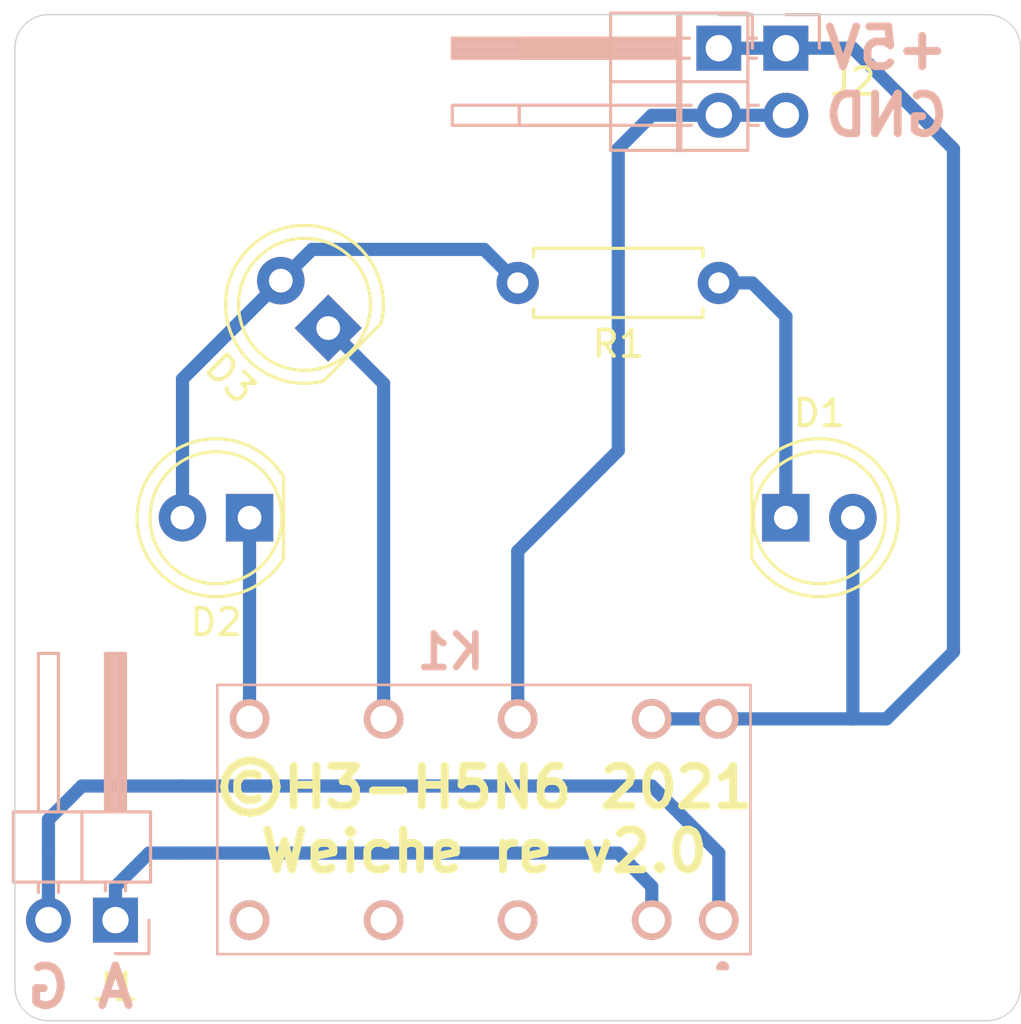
<source format=kicad_pcb>
(kicad_pcb (version 20171130) (host pcbnew 5.1.10)

  (general
    (thickness 1.6)
    (drawings 13)
    (tracks 40)
    (zones 0)
    (modules 10)
    (nets 9)
  )

  (page A4)
  (layers
    (0 F.Cu signal)
    (31 B.Cu signal)
    (32 B.Adhes user hide)
    (33 F.Adhes user hide)
    (34 B.Paste user hide)
    (35 F.Paste user hide)
    (36 B.SilkS user)
    (37 F.SilkS user)
    (38 B.Mask user)
    (39 F.Mask user hide)
    (40 Dwgs.User user hide)
    (41 Cmts.User user hide)
    (42 Eco1.User user hide)
    (43 Eco2.User user hide)
    (44 Edge.Cuts user)
    (45 Margin user hide)
    (46 B.CrtYd user)
    (47 F.CrtYd user)
    (48 B.Fab user hide)
    (49 F.Fab user hide)
  )

  (setup
    (last_trace_width 0.5)
    (trace_clearance 0.2)
    (zone_clearance 0.508)
    (zone_45_only no)
    (trace_min 0.2)
    (via_size 0.8)
    (via_drill 0.4)
    (via_min_size 0.4)
    (via_min_drill 0.3)
    (uvia_size 0.3)
    (uvia_drill 0.1)
    (uvias_allowed no)
    (uvia_min_size 0.2)
    (uvia_min_drill 0.1)
    (edge_width 0.05)
    (segment_width 0.2)
    (pcb_text_width 0.3)
    (pcb_text_size 1.5 1.5)
    (mod_edge_width 0.12)
    (mod_text_size 1 1)
    (mod_text_width 0.15)
    (pad_size 3.2 3.2)
    (pad_drill 3.2)
    (pad_to_mask_clearance 0)
    (aux_axis_origin 0 0)
    (grid_origin 115.57 87.63)
    (visible_elements FFFFFF7F)
    (pcbplotparams
      (layerselection 0x010fc_ffffffff)
      (usegerberextensions true)
      (usegerberattributes false)
      (usegerberadvancedattributes false)
      (creategerberjobfile false)
      (excludeedgelayer true)
      (linewidth 0.100000)
      (plotframeref false)
      (viasonmask false)
      (mode 1)
      (useauxorigin false)
      (hpglpennumber 1)
      (hpglpenspeed 20)
      (hpglpendiameter 15.000000)
      (psnegative false)
      (psa4output false)
      (plotreference true)
      (plotvalue false)
      (plotinvisibletext false)
      (padsonsilk false)
      (subtractmaskfromsilk true)
      (outputformat 1)
      (mirror false)
      (drillshape 0)
      (scaleselection 1)
      (outputdirectory "plot/"))
  )

  (net 0 "")
  (net 1 "Net-(D1-Pad1)")
  (net 2 "Net-(D2-Pad1)")
  (net 3 "Net-(D3-Pad1)")
  (net 4 "Net-(J1-Pad2)")
  (net 5 "Net-(J1-Pad1)")
  (net 6 +5V)
  (net 7 GND)
  (net 8 "Net-(D2-Pad2)")

  (net_class Default "This is the default net class."
    (clearance 0.2)
    (trace_width 0.5)
    (via_dia 0.8)
    (via_drill 0.4)
    (uvia_dia 0.3)
    (uvia_drill 0.1)
    (add_net +5V)
    (add_net GND)
    (add_net "Net-(D1-Pad1)")
    (add_net "Net-(D2-Pad1)")
    (add_net "Net-(D2-Pad2)")
    (add_net "Net-(D3-Pad1)")
    (add_net "Net-(J1-Pad1)")
    (add_net "Net-(J1-Pad2)")
  )

  (module Mounting_Holes:MountingHole_3.2mm_M3 (layer F.Cu) (tedit 6075FAD1) (tstamp 60902ABA)
    (at 120.65 92.71)
    (descr "Mounting Hole 3.2mm, no annular, M3")
    (tags "mounting hole 3.2mm no annular m3")
    (path /6074DA08)
    (attr virtual)
    (fp_text reference H1 (at 0 -4.2) (layer F.SilkS) hide
      (effects (font (size 1 1) (thickness 0.15)))
    )
    (fp_text value MountingHole (at 0 4.2) (layer F.Fab)
      (effects (font (size 1 1) (thickness 0.15)))
    )
    (fp_circle (center 0 0) (end 3.2 0) (layer Cmts.User) (width 0.15))
    (fp_circle (center 0 0) (end 3.45 0) (layer F.CrtYd) (width 0.05))
    (fp_text user %R (at 0.3 0) (layer F.Fab)
      (effects (font (size 1 1) (thickness 0.15)))
    )
    (pad "" np_thru_hole circle (at 0 0) (size 3.2 3.2) (drill 3.2) (layers *.Cu *.Mask)
      (thermal_gap 2))
  )

  (module HFD2005SL2D (layer B.Cu) (tedit 60566F5C) (tstamp 606F812A)
    (at 143.51 123.19 180)
    (descr HFD2/005-S-L2-D-3)
    (tags "Relay or Contactor")
    (path /6125B40D)
    (fp_text reference K1 (at 10.16 10.16) (layer B.SilkS)
      (effects (font (size 1.27 1.27) (thickness 0.254)) (justify mirror))
    )
    (fp_text value HFD2_005-S-L2-D (at 8.9 3.53) (layer B.SilkS) hide
      (effects (font (size 1.27 1.27) (thickness 0.254)) (justify mirror))
    )
    (fp_line (start -1.2 8.91) (end 19 8.91) (layer Dwgs.User) (width 0.2))
    (fp_line (start 19 8.91) (end 19 -1.29) (layer Dwgs.User) (width 0.2))
    (fp_line (start 19 -1.29) (end -1.2 -1.29) (layer Dwgs.User) (width 0.2))
    (fp_line (start -1.2 -1.29) (end -1.2 8.91) (layer Dwgs.User) (width 0.2))
    (fp_line (start -1.2 -1.29) (end 19 -1.29) (layer B.SilkS) (width 0.1))
    (fp_line (start 19 -1.29) (end 19 8.91) (layer B.SilkS) (width 0.1))
    (fp_line (start 19 8.91) (end -1.2 8.91) (layer B.SilkS) (width 0.1))
    (fp_line (start -1.2 8.91) (end -1.2 -1.29) (layer B.SilkS) (width 0.1))
    (fp_line (start -2.2 -2.85) (end 20 -2.85) (layer Dwgs.User) (width 0.1))
    (fp_line (start 20 -2.85) (end 20 9.91) (layer Dwgs.User) (width 0.1))
    (fp_line (start 20 9.91) (end -2.2 9.91) (layer Dwgs.User) (width 0.1))
    (fp_line (start -2.2 9.91) (end -2.2 -2.85) (layer Dwgs.User) (width 0.1))
    (fp_line (start -0.1 -1.8) (end -0.1 -1.8) (layer B.SilkS) (width 0.2))
    (fp_line (start 0 -1.8) (end 0 -1.8) (layer B.SilkS) (width 0.2))
    (fp_line (start -0.1 -1.8) (end -0.1 -1.8) (layer B.SilkS) (width 0.2))
    (fp_arc (start -0.15 -1.8) (end -0.1 -1.8) (angle 180) (layer B.SilkS) (width 0.2))
    (fp_arc (start -0.15 -1.8) (end 0 -1.8) (angle 180) (layer B.SilkS) (width 0.2))
    (fp_arc (start -0.15 -1.8) (end -0.1 -1.8) (angle 180) (layer B.SilkS) (width 0.2))
    (pad 1 thru_hole circle (at 0 0 90) (size 1.5 1.5) (drill 1) (layers *.Cu *.Mask B.SilkS)
      (net 4 "Net-(J1-Pad2)"))
    (pad 2 thru_hole circle (at 2.54 0 90) (size 1.5 1.5) (drill 1) (layers *.Cu *.Mask B.SilkS)
      (net 5 "Net-(J1-Pad1)"))
    (pad 4 thru_hole circle (at 7.62 0 90) (size 1.5 1.5) (drill 1) (layers *.Cu *.Mask B.SilkS))
    (pad 6 thru_hole circle (at 12.7 0 90) (size 1.5 1.5) (drill 1) (layers *.Cu *.Mask B.SilkS))
    (pad 8 thru_hole circle (at 17.78 0 90) (size 1.5 1.5) (drill 1) (layers *.Cu *.Mask B.SilkS))
    (pad 9 thru_hole circle (at 17.78 7.62 90) (size 1.5 1.5) (drill 1) (layers *.Cu *.Mask B.SilkS)
      (net 2 "Net-(D2-Pad1)"))
    (pad 11 thru_hole circle (at 12.7 7.62 90) (size 1.5 1.5) (drill 1) (layers *.Cu *.Mask B.SilkS)
      (net 3 "Net-(D3-Pad1)"))
    (pad 13 thru_hole circle (at 7.62 7.62 90) (size 1.5 1.5) (drill 1) (layers *.Cu *.Mask B.SilkS)
      (net 7 GND))
    (pad 15 thru_hole circle (at 2.54 7.62 90) (size 1.5 1.5) (drill 1) (layers *.Cu *.Mask B.SilkS)
      (net 6 +5V))
    (pad 16 thru_hole circle (at 0 7.62 90) (size 1.5 1.5) (drill 1) (layers *.Cu *.Mask B.SilkS)
      (net 6 +5V))
  )

  (module LEDs:LED_D5.0mm (layer F.Cu) (tedit 5995936A) (tstamp 606F8082)
    (at 146.05 107.95)
    (descr "LED, diameter 5.0mm, 2 pins, http://cdn-reichelt.de/documents/datenblatt/A500/LL-504BC2E-009.pdf")
    (tags "LED diameter 5.0mm 2 pins")
    (path /612111BE)
    (fp_text reference D1 (at 1.27 -3.96) (layer F.SilkS)
      (effects (font (size 1 1) (thickness 0.15)))
    )
    (fp_text value LED (at 1.27 3.96) (layer F.Fab)
      (effects (font (size 1 1) (thickness 0.15)))
    )
    (fp_circle (center 1.27 0) (end 3.77 0) (layer F.Fab) (width 0.1))
    (fp_circle (center 1.27 0) (end 3.77 0) (layer F.SilkS) (width 0.12))
    (fp_line (start -1.23 -1.469694) (end -1.23 1.469694) (layer F.Fab) (width 0.1))
    (fp_line (start -1.29 -1.545) (end -1.29 1.545) (layer F.SilkS) (width 0.12))
    (fp_line (start -1.95 -3.25) (end -1.95 3.25) (layer F.CrtYd) (width 0.05))
    (fp_line (start -1.95 3.25) (end 4.5 3.25) (layer F.CrtYd) (width 0.05))
    (fp_line (start 4.5 3.25) (end 4.5 -3.25) (layer F.CrtYd) (width 0.05))
    (fp_line (start 4.5 -3.25) (end -1.95 -3.25) (layer F.CrtYd) (width 0.05))
    (fp_text user %R (at 1.27 -3.81) (layer F.Fab)
      (effects (font (size 0.8 0.8) (thickness 0.2)))
    )
    (fp_arc (start 1.27 0) (end -1.29 1.54483) (angle -148.9) (layer F.SilkS) (width 0.12))
    (fp_arc (start 1.27 0) (end -1.29 -1.54483) (angle 148.9) (layer F.SilkS) (width 0.12))
    (fp_arc (start 1.27 0) (end -1.23 -1.469694) (angle 299.1) (layer F.Fab) (width 0.1))
    (pad 2 thru_hole circle (at 2.54 0) (size 1.8 1.8) (drill 0.9) (layers *.Cu *.Mask)
      (net 6 +5V))
    (pad 1 thru_hole rect (at 0 0) (size 1.8 1.8) (drill 0.9) (layers *.Cu *.Mask)
      (net 1 "Net-(D1-Pad1)"))
    (model ${KISYS3DMOD}/LEDs.3dshapes/LED_D5.0mm.wrl
      (at (xyz 0 0 0))
      (scale (xyz 0.393701 0.393701 0.393701))
      (rotate (xyz 0 0 0))
    )
  )

  (module LEDs:LED_D5.0mm (layer F.Cu) (tedit 5995936A) (tstamp 606F8094)
    (at 125.73 107.95 180)
    (descr "LED, diameter 5.0mm, 2 pins, http://cdn-reichelt.de/documents/datenblatt/A500/LL-504BC2E-009.pdf")
    (tags "LED diameter 5.0mm 2 pins")
    (path /61211E8C)
    (fp_text reference D2 (at 1.27 -3.96) (layer F.SilkS)
      (effects (font (size 1 1) (thickness 0.15)))
    )
    (fp_text value LED (at 1.27 3.96) (layer F.Fab)
      (effects (font (size 1 1) (thickness 0.15)))
    )
    (fp_line (start 4.5 -3.25) (end -1.95 -3.25) (layer F.CrtYd) (width 0.05))
    (fp_line (start 4.5 3.25) (end 4.5 -3.25) (layer F.CrtYd) (width 0.05))
    (fp_line (start -1.95 3.25) (end 4.5 3.25) (layer F.CrtYd) (width 0.05))
    (fp_line (start -1.95 -3.25) (end -1.95 3.25) (layer F.CrtYd) (width 0.05))
    (fp_line (start -1.29 -1.545) (end -1.29 1.545) (layer F.SilkS) (width 0.12))
    (fp_line (start -1.23 -1.469694) (end -1.23 1.469694) (layer F.Fab) (width 0.1))
    (fp_circle (center 1.27 0) (end 3.77 0) (layer F.SilkS) (width 0.12))
    (fp_circle (center 1.27 0) (end 3.77 0) (layer F.Fab) (width 0.1))
    (fp_arc (start 1.27 0) (end -1.23 -1.469694) (angle 299.1) (layer F.Fab) (width 0.1))
    (fp_arc (start 1.27 0) (end -1.29 -1.54483) (angle 148.9) (layer F.SilkS) (width 0.12))
    (fp_arc (start 1.27 0) (end -1.29 1.54483) (angle -148.9) (layer F.SilkS) (width 0.12))
    (fp_text user %R (at 1.25 -3.81) (layer F.Fab)
      (effects (font (size 0.8 0.8) (thickness 0.2)))
    )
    (pad 1 thru_hole rect (at 0 0 180) (size 1.8 1.8) (drill 0.9) (layers *.Cu *.Mask)
      (net 2 "Net-(D2-Pad1)"))
    (pad 2 thru_hole circle (at 2.54 0 180) (size 1.8 1.8) (drill 0.9) (layers *.Cu *.Mask)
      (net 8 "Net-(D2-Pad2)"))
    (model ${KISYS3DMOD}/LEDs.3dshapes/LED_D5.0mm.wrl
      (at (xyz 0 0 0))
      (scale (xyz 0.393701 0.393701 0.393701))
      (rotate (xyz 0 0 0))
    )
  )

  (module LEDs:LED_D5.0mm (layer F.Cu) (tedit 5995936A) (tstamp 606F80A6)
    (at 128.71 100.77 135)
    (descr "LED, diameter 5.0mm, 2 pins, http://cdn-reichelt.de/documents/datenblatt/A500/LL-504BC2E-009.pdf")
    (tags "LED diameter 5.0mm 2 pins")
    (path /612122F7)
    (fp_text reference D3 (at 1.27 -3.96 135) (layer F.SilkS)
      (effects (font (size 1 1) (thickness 0.15)))
    )
    (fp_text value LED (at 1.27 3.96 135) (layer F.Fab)
      (effects (font (size 1 1) (thickness 0.15)))
    )
    (fp_circle (center 1.27 0) (end 3.77 0) (layer F.Fab) (width 0.1))
    (fp_circle (center 1.27 0) (end 3.77 0) (layer F.SilkS) (width 0.12))
    (fp_line (start -1.23 -1.469694) (end -1.23 1.469694) (layer F.Fab) (width 0.1))
    (fp_line (start -1.29 -1.545) (end -1.29 1.545) (layer F.SilkS) (width 0.12))
    (fp_line (start -1.95 -3.25) (end -1.95 3.25) (layer F.CrtYd) (width 0.05))
    (fp_line (start -1.95 3.25) (end 4.5 3.25) (layer F.CrtYd) (width 0.05))
    (fp_line (start 4.5 3.25) (end 4.5 -3.25) (layer F.CrtYd) (width 0.05))
    (fp_line (start 4.5 -3.25) (end -1.95 -3.25) (layer F.CrtYd) (width 0.05))
    (fp_text user %R (at 1.796051 -3.592102 135) (layer F.Fab)
      (effects (font (size 0.8 0.8) (thickness 0.2)))
    )
    (fp_arc (start 1.27 0) (end -1.29 1.54483) (angle -148.9) (layer F.SilkS) (width 0.12))
    (fp_arc (start 1.27 0) (end -1.29 -1.54483) (angle 148.9) (layer F.SilkS) (width 0.12))
    (fp_arc (start 1.27 0) (end -1.23 -1.469694) (angle 299.1) (layer F.Fab) (width 0.1))
    (pad 2 thru_hole circle (at 2.54 0 135) (size 1.8 1.8) (drill 0.9) (layers *.Cu *.Mask)
      (net 8 "Net-(D2-Pad2)"))
    (pad 1 thru_hole rect (at 0 0 135) (size 1.8 1.8) (drill 0.9) (layers *.Cu *.Mask)
      (net 3 "Net-(D3-Pad1)"))
    (model ${KISYS3DMOD}/LEDs.3dshapes/LED_D5.0mm.wrl
      (at (xyz 0 0 0))
      (scale (xyz 0.393701 0.393701 0.393701))
      (rotate (xyz 0 0 0))
    )
  )

  (module Resistors_THT:R_Axial_DIN0207_L6.3mm_D2.5mm_P7.62mm_Horizontal (layer F.Cu) (tedit 5874F706) (tstamp 606F8140)
    (at 143.51 99.06 180)
    (descr "Resistor, Axial_DIN0207 series, Axial, Horizontal, pin pitch=7.62mm, 0.25W = 1/4W, length*diameter=6.3*2.5mm^2, http://cdn-reichelt.de/documents/datenblatt/B400/1_4W%23YAG.pdf")
    (tags "Resistor Axial_DIN0207 series Axial Horizontal pin pitch 7.62mm 0.25W = 1/4W length 6.3mm diameter 2.5mm")
    (path /61212C6E)
    (fp_text reference R1 (at 3.81 -2.31) (layer F.SilkS)
      (effects (font (size 1 1) (thickness 0.15)))
    )
    (fp_text value 100 (at 2.794 2.54) (layer F.Fab)
      (effects (font (size 1 1) (thickness 0.15)))
    )
    (fp_line (start 0.66 -1.25) (end 0.66 1.25) (layer F.Fab) (width 0.1))
    (fp_line (start 0.66 1.25) (end 6.96 1.25) (layer F.Fab) (width 0.1))
    (fp_line (start 6.96 1.25) (end 6.96 -1.25) (layer F.Fab) (width 0.1))
    (fp_line (start 6.96 -1.25) (end 0.66 -1.25) (layer F.Fab) (width 0.1))
    (fp_line (start 0 0) (end 0.66 0) (layer F.Fab) (width 0.1))
    (fp_line (start 7.62 0) (end 6.96 0) (layer F.Fab) (width 0.1))
    (fp_line (start 0.6 -0.98) (end 0.6 -1.31) (layer F.SilkS) (width 0.12))
    (fp_line (start 0.6 -1.31) (end 7.02 -1.31) (layer F.SilkS) (width 0.12))
    (fp_line (start 7.02 -1.31) (end 7.02 -0.98) (layer F.SilkS) (width 0.12))
    (fp_line (start 0.6 0.98) (end 0.6 1.31) (layer F.SilkS) (width 0.12))
    (fp_line (start 0.6 1.31) (end 7.02 1.31) (layer F.SilkS) (width 0.12))
    (fp_line (start 7.02 1.31) (end 7.02 0.98) (layer F.SilkS) (width 0.12))
    (fp_line (start -1.05 -1.6) (end -1.05 1.6) (layer F.CrtYd) (width 0.05))
    (fp_line (start -1.05 1.6) (end 8.7 1.6) (layer F.CrtYd) (width 0.05))
    (fp_line (start 8.7 1.6) (end 8.7 -1.6) (layer F.CrtYd) (width 0.05))
    (fp_line (start 8.7 -1.6) (end -1.05 -1.6) (layer F.CrtYd) (width 0.05))
    (pad 2 thru_hole oval (at 7.62 0 180) (size 1.6 1.6) (drill 0.8) (layers *.Cu *.Mask)
      (net 8 "Net-(D2-Pad2)"))
    (pad 1 thru_hole circle (at 0 0 180) (size 1.6 1.6) (drill 0.8) (layers *.Cu *.Mask)
      (net 1 "Net-(D1-Pad1)"))
    (model ${KISYS3DMOD}/Resistors_THT.3dshapes/R_Axial_DIN0207_L6.3mm_D2.5mm_P7.62mm_Horizontal.wrl
      (at (xyz 0 0 0))
      (scale (xyz 0.393701 0.393701 0.393701))
      (rotate (xyz 0 0 0))
    )
  )

  (module Pin_Headers:Pin_Header_Angled_1x02_Pitch2.54mm (layer B.Cu) (tedit 59650532) (tstamp 606F8EF6)
    (at 120.65 123.19 90)
    (descr "Through hole angled pin header, 1x02, 2.54mm pitch, 6mm pin length, single row")
    (tags "Through hole angled pin header THT 1x02 2.54mm single row")
    (path /61262617)
    (fp_text reference J1 (at -2.54 0 180) (layer F.SilkS)
      (effects (font (size 1 1) (thickness 0.15)))
    )
    (fp_text value Conn_01x02_Male (at 4.385 -4.81 270) (layer B.Fab)
      (effects (font (size 1 1) (thickness 0.15)) (justify mirror))
    )
    (fp_line (start 2.135 1.27) (end 4.04 1.27) (layer B.Fab) (width 0.1))
    (fp_line (start 4.04 1.27) (end 4.04 -3.81) (layer B.Fab) (width 0.1))
    (fp_line (start 4.04 -3.81) (end 1.5 -3.81) (layer B.Fab) (width 0.1))
    (fp_line (start 1.5 -3.81) (end 1.5 0.635) (layer B.Fab) (width 0.1))
    (fp_line (start 1.5 0.635) (end 2.135 1.27) (layer B.Fab) (width 0.1))
    (fp_line (start -0.32 0.32) (end 1.5 0.32) (layer B.Fab) (width 0.1))
    (fp_line (start -0.32 0.32) (end -0.32 -0.32) (layer B.Fab) (width 0.1))
    (fp_line (start -0.32 -0.32) (end 1.5 -0.32) (layer B.Fab) (width 0.1))
    (fp_line (start 4.04 0.32) (end 10.04 0.32) (layer B.Fab) (width 0.1))
    (fp_line (start 10.04 0.32) (end 10.04 -0.32) (layer B.Fab) (width 0.1))
    (fp_line (start 4.04 -0.32) (end 10.04 -0.32) (layer B.Fab) (width 0.1))
    (fp_line (start -0.32 -2.22) (end 1.5 -2.22) (layer B.Fab) (width 0.1))
    (fp_line (start -0.32 -2.22) (end -0.32 -2.86) (layer B.Fab) (width 0.1))
    (fp_line (start -0.32 -2.86) (end 1.5 -2.86) (layer B.Fab) (width 0.1))
    (fp_line (start 4.04 -2.22) (end 10.04 -2.22) (layer B.Fab) (width 0.1))
    (fp_line (start 10.04 -2.22) (end 10.04 -2.86) (layer B.Fab) (width 0.1))
    (fp_line (start 4.04 -2.86) (end 10.04 -2.86) (layer B.Fab) (width 0.1))
    (fp_line (start 1.44 1.33) (end 1.44 -3.87) (layer B.SilkS) (width 0.12))
    (fp_line (start 1.44 -3.87) (end 4.1 -3.87) (layer B.SilkS) (width 0.12))
    (fp_line (start 4.1 -3.87) (end 4.1 1.33) (layer B.SilkS) (width 0.12))
    (fp_line (start 4.1 1.33) (end 1.44 1.33) (layer B.SilkS) (width 0.12))
    (fp_line (start 4.1 0.38) (end 10.1 0.38) (layer B.SilkS) (width 0.12))
    (fp_line (start 10.1 0.38) (end 10.1 -0.38) (layer B.SilkS) (width 0.12))
    (fp_line (start 10.1 -0.38) (end 4.1 -0.38) (layer B.SilkS) (width 0.12))
    (fp_line (start 4.1 0.32) (end 10.1 0.32) (layer B.SilkS) (width 0.12))
    (fp_line (start 4.1 0.2) (end 10.1 0.2) (layer B.SilkS) (width 0.12))
    (fp_line (start 4.1 0.08) (end 10.1 0.08) (layer B.SilkS) (width 0.12))
    (fp_line (start 4.1 -0.04) (end 10.1 -0.04) (layer B.SilkS) (width 0.12))
    (fp_line (start 4.1 -0.16) (end 10.1 -0.16) (layer B.SilkS) (width 0.12))
    (fp_line (start 4.1 -0.28) (end 10.1 -0.28) (layer B.SilkS) (width 0.12))
    (fp_line (start 1.11 0.38) (end 1.44 0.38) (layer B.SilkS) (width 0.12))
    (fp_line (start 1.11 -0.38) (end 1.44 -0.38) (layer B.SilkS) (width 0.12))
    (fp_line (start 1.44 -1.27) (end 4.1 -1.27) (layer B.SilkS) (width 0.12))
    (fp_line (start 4.1 -2.16) (end 10.1 -2.16) (layer B.SilkS) (width 0.12))
    (fp_line (start 10.1 -2.16) (end 10.1 -2.92) (layer B.SilkS) (width 0.12))
    (fp_line (start 10.1 -2.92) (end 4.1 -2.92) (layer B.SilkS) (width 0.12))
    (fp_line (start 1.042929 -2.16) (end 1.44 -2.16) (layer B.SilkS) (width 0.12))
    (fp_line (start 1.042929 -2.92) (end 1.44 -2.92) (layer B.SilkS) (width 0.12))
    (fp_line (start -1.27 0) (end -1.27 1.27) (layer B.SilkS) (width 0.12))
    (fp_line (start -1.27 1.27) (end 0 1.27) (layer B.SilkS) (width 0.12))
    (fp_line (start -1.8 1.8) (end -1.8 -4.35) (layer B.CrtYd) (width 0.05))
    (fp_line (start -1.8 -4.35) (end 10.55 -4.35) (layer B.CrtYd) (width 0.05))
    (fp_line (start 10.55 -4.35) (end 10.55 1.8) (layer B.CrtYd) (width 0.05))
    (fp_line (start 10.55 1.8) (end -1.8 1.8) (layer B.CrtYd) (width 0.05))
    (fp_text user %R (at 0 1.27) (layer B.Fab)
      (effects (font (size 1 1) (thickness 0.15)) (justify mirror))
    )
    (pad 2 thru_hole oval (at 0 -2.54 90) (size 1.7 1.7) (drill 1) (layers *.Cu *.Mask)
      (net 4 "Net-(J1-Pad2)"))
    (pad 1 thru_hole rect (at 0 0 90) (size 1.7 1.7) (drill 1) (layers *.Cu *.Mask)
      (net 5 "Net-(J1-Pad1)"))
    (model ${KISYS3DMOD}/Pin_Headers.3dshapes/Pin_Header_Angled_1x02_Pitch2.54mm.wrl
      (at (xyz 0 0 0))
      (scale (xyz 1 1 1))
      (rotate (xyz 0 0 0))
    )
  )

  (module Pin_Headers:Pin_Header_Angled_1x02_Pitch2.54mm (layer B.Cu) (tedit 59650532) (tstamp 606F8F28)
    (at 146.05 90.17 180)
    (descr "Through hole angled pin header, 1x02, 2.54mm pitch, 6mm pin length, single row")
    (tags "Through hole angled pin header THT 1x02 2.54mm single row")
    (path /61263F3E)
    (fp_text reference J2 (at -2.54 -1.27) (layer F.SilkS)
      (effects (font (size 1 1) (thickness 0.15)))
    )
    (fp_text value Power (at 4.385 -4.81) (layer B.Fab)
      (effects (font (size 1 1) (thickness 0.15)) (justify mirror))
    )
    (fp_line (start 10.55 1.8) (end -1.8 1.8) (layer B.CrtYd) (width 0.05))
    (fp_line (start 10.55 -4.35) (end 10.55 1.8) (layer B.CrtYd) (width 0.05))
    (fp_line (start -1.8 -4.35) (end 10.55 -4.35) (layer B.CrtYd) (width 0.05))
    (fp_line (start -1.8 1.8) (end -1.8 -4.35) (layer B.CrtYd) (width 0.05))
    (fp_line (start -1.27 1.27) (end 0 1.27) (layer B.SilkS) (width 0.12))
    (fp_line (start -1.27 0) (end -1.27 1.27) (layer B.SilkS) (width 0.12))
    (fp_line (start 1.042929 -2.92) (end 1.44 -2.92) (layer B.SilkS) (width 0.12))
    (fp_line (start 1.042929 -2.16) (end 1.44 -2.16) (layer B.SilkS) (width 0.12))
    (fp_line (start 10.1 -2.92) (end 4.1 -2.92) (layer B.SilkS) (width 0.12))
    (fp_line (start 10.1 -2.16) (end 10.1 -2.92) (layer B.SilkS) (width 0.12))
    (fp_line (start 4.1 -2.16) (end 10.1 -2.16) (layer B.SilkS) (width 0.12))
    (fp_line (start 1.44 -1.27) (end 4.1 -1.27) (layer B.SilkS) (width 0.12))
    (fp_line (start 1.11 -0.38) (end 1.44 -0.38) (layer B.SilkS) (width 0.12))
    (fp_line (start 1.11 0.38) (end 1.44 0.38) (layer B.SilkS) (width 0.12))
    (fp_line (start 4.1 -0.28) (end 10.1 -0.28) (layer B.SilkS) (width 0.12))
    (fp_line (start 4.1 -0.16) (end 10.1 -0.16) (layer B.SilkS) (width 0.12))
    (fp_line (start 4.1 -0.04) (end 10.1 -0.04) (layer B.SilkS) (width 0.12))
    (fp_line (start 4.1 0.08) (end 10.1 0.08) (layer B.SilkS) (width 0.12))
    (fp_line (start 4.1 0.2) (end 10.1 0.2) (layer B.SilkS) (width 0.12))
    (fp_line (start 4.1 0.32) (end 10.1 0.32) (layer B.SilkS) (width 0.12))
    (fp_line (start 10.1 -0.38) (end 4.1 -0.38) (layer B.SilkS) (width 0.12))
    (fp_line (start 10.1 0.38) (end 10.1 -0.38) (layer B.SilkS) (width 0.12))
    (fp_line (start 4.1 0.38) (end 10.1 0.38) (layer B.SilkS) (width 0.12))
    (fp_line (start 4.1 1.33) (end 1.44 1.33) (layer B.SilkS) (width 0.12))
    (fp_line (start 4.1 -3.87) (end 4.1 1.33) (layer B.SilkS) (width 0.12))
    (fp_line (start 1.44 -3.87) (end 4.1 -3.87) (layer B.SilkS) (width 0.12))
    (fp_line (start 1.44 1.33) (end 1.44 -3.87) (layer B.SilkS) (width 0.12))
    (fp_line (start 4.04 -2.86) (end 10.04 -2.86) (layer B.Fab) (width 0.1))
    (fp_line (start 10.04 -2.22) (end 10.04 -2.86) (layer B.Fab) (width 0.1))
    (fp_line (start 4.04 -2.22) (end 10.04 -2.22) (layer B.Fab) (width 0.1))
    (fp_line (start -0.32 -2.86) (end 1.5 -2.86) (layer B.Fab) (width 0.1))
    (fp_line (start -0.32 -2.22) (end -0.32 -2.86) (layer B.Fab) (width 0.1))
    (fp_line (start -0.32 -2.22) (end 1.5 -2.22) (layer B.Fab) (width 0.1))
    (fp_line (start 4.04 -0.32) (end 10.04 -0.32) (layer B.Fab) (width 0.1))
    (fp_line (start 10.04 0.32) (end 10.04 -0.32) (layer B.Fab) (width 0.1))
    (fp_line (start 4.04 0.32) (end 10.04 0.32) (layer B.Fab) (width 0.1))
    (fp_line (start -0.32 -0.32) (end 1.5 -0.32) (layer B.Fab) (width 0.1))
    (fp_line (start -0.32 0.32) (end -0.32 -0.32) (layer B.Fab) (width 0.1))
    (fp_line (start -0.32 0.32) (end 1.5 0.32) (layer B.Fab) (width 0.1))
    (fp_line (start 1.5 0.635) (end 2.135 1.27) (layer B.Fab) (width 0.1))
    (fp_line (start 1.5 -3.81) (end 1.5 0.635) (layer B.Fab) (width 0.1))
    (fp_line (start 4.04 -3.81) (end 1.5 -3.81) (layer B.Fab) (width 0.1))
    (fp_line (start 4.04 1.27) (end 4.04 -3.81) (layer B.Fab) (width 0.1))
    (fp_line (start 2.135 1.27) (end 4.04 1.27) (layer B.Fab) (width 0.1))
    (fp_text user %R (at 1.5 -3.81 270) (layer B.Fab)
      (effects (font (size 1 1) (thickness 0.15)) (justify mirror))
    )
    (pad 1 thru_hole rect (at 0 0 180) (size 1.7 1.7) (drill 1) (layers *.Cu *.Mask)
      (net 6 +5V))
    (pad 2 thru_hole oval (at 0 -2.54 180) (size 1.7 1.7) (drill 1) (layers *.Cu *.Mask)
      (net 7 GND))
    (model ${KISYS3DMOD}/Pin_Headers.3dshapes/Pin_Header_Angled_1x02_Pitch2.54mm.wrl
      (at (xyz 0 0 0))
      (scale (xyz 1 1 1))
      (rotate (xyz 0 0 0))
    )
  )

  (module Pin_Headers:Pin_Header_Angled_1x02_Pitch2.54mm (layer B.Cu) (tedit 59650532) (tstamp 606F8F5A)
    (at 143.51 90.17 180)
    (descr "Through hole angled pin header, 1x02, 2.54mm pitch, 6mm pin length, single row")
    (tags "Through hole angled pin header THT 1x02 2.54mm single row")
    (path /612729E3)
    (fp_text reference J3 (at -3.81 0) (layer F.SilkS) hide
      (effects (font (size 1 1) (thickness 0.15)))
    )
    (fp_text value Conn_01x02_Male (at 4.385 -4.81) (layer B.Fab)
      (effects (font (size 1 1) (thickness 0.15)) (justify mirror))
    )
    (fp_line (start 2.135 1.27) (end 4.04 1.27) (layer B.Fab) (width 0.1))
    (fp_line (start 4.04 1.27) (end 4.04 -3.81) (layer B.Fab) (width 0.1))
    (fp_line (start 4.04 -3.81) (end 1.5 -3.81) (layer B.Fab) (width 0.1))
    (fp_line (start 1.5 -3.81) (end 1.5 0.635) (layer B.Fab) (width 0.1))
    (fp_line (start 1.5 0.635) (end 2.135 1.27) (layer B.Fab) (width 0.1))
    (fp_line (start -0.32 0.32) (end 1.5 0.32) (layer B.Fab) (width 0.1))
    (fp_line (start -0.32 0.32) (end -0.32 -0.32) (layer B.Fab) (width 0.1))
    (fp_line (start -0.32 -0.32) (end 1.5 -0.32) (layer B.Fab) (width 0.1))
    (fp_line (start 4.04 0.32) (end 10.04 0.32) (layer B.Fab) (width 0.1))
    (fp_line (start 10.04 0.32) (end 10.04 -0.32) (layer B.Fab) (width 0.1))
    (fp_line (start 4.04 -0.32) (end 10.04 -0.32) (layer B.Fab) (width 0.1))
    (fp_line (start -0.32 -2.22) (end 1.5 -2.22) (layer B.Fab) (width 0.1))
    (fp_line (start -0.32 -2.22) (end -0.32 -2.86) (layer B.Fab) (width 0.1))
    (fp_line (start -0.32 -2.86) (end 1.5 -2.86) (layer B.Fab) (width 0.1))
    (fp_line (start 4.04 -2.22) (end 10.04 -2.22) (layer B.Fab) (width 0.1))
    (fp_line (start 10.04 -2.22) (end 10.04 -2.86) (layer B.Fab) (width 0.1))
    (fp_line (start 4.04 -2.86) (end 10.04 -2.86) (layer B.Fab) (width 0.1))
    (fp_line (start 1.44 1.33) (end 1.44 -3.87) (layer B.SilkS) (width 0.12))
    (fp_line (start 1.44 -3.87) (end 4.1 -3.87) (layer B.SilkS) (width 0.12))
    (fp_line (start 4.1 -3.87) (end 4.1 1.33) (layer B.SilkS) (width 0.12))
    (fp_line (start 4.1 1.33) (end 1.44 1.33) (layer B.SilkS) (width 0.12))
    (fp_line (start 4.1 0.38) (end 10.1 0.38) (layer B.SilkS) (width 0.12))
    (fp_line (start 10.1 0.38) (end 10.1 -0.38) (layer B.SilkS) (width 0.12))
    (fp_line (start 10.1 -0.38) (end 4.1 -0.38) (layer B.SilkS) (width 0.12))
    (fp_line (start 4.1 0.32) (end 10.1 0.32) (layer B.SilkS) (width 0.12))
    (fp_line (start 4.1 0.2) (end 10.1 0.2) (layer B.SilkS) (width 0.12))
    (fp_line (start 4.1 0.08) (end 10.1 0.08) (layer B.SilkS) (width 0.12))
    (fp_line (start 4.1 -0.04) (end 10.1 -0.04) (layer B.SilkS) (width 0.12))
    (fp_line (start 4.1 -0.16) (end 10.1 -0.16) (layer B.SilkS) (width 0.12))
    (fp_line (start 4.1 -0.28) (end 10.1 -0.28) (layer B.SilkS) (width 0.12))
    (fp_line (start 1.11 0.38) (end 1.44 0.38) (layer B.SilkS) (width 0.12))
    (fp_line (start 1.11 -0.38) (end 1.44 -0.38) (layer B.SilkS) (width 0.12))
    (fp_line (start 1.44 -1.27) (end 4.1 -1.27) (layer B.SilkS) (width 0.12))
    (fp_line (start 4.1 -2.16) (end 10.1 -2.16) (layer B.SilkS) (width 0.12))
    (fp_line (start 10.1 -2.16) (end 10.1 -2.92) (layer B.SilkS) (width 0.12))
    (fp_line (start 10.1 -2.92) (end 4.1 -2.92) (layer B.SilkS) (width 0.12))
    (fp_line (start 1.042929 -2.16) (end 1.44 -2.16) (layer B.SilkS) (width 0.12))
    (fp_line (start 1.042929 -2.92) (end 1.44 -2.92) (layer B.SilkS) (width 0.12))
    (fp_line (start -1.27 0) (end -1.27 1.27) (layer B.SilkS) (width 0.12))
    (fp_line (start -1.27 1.27) (end 0 1.27) (layer B.SilkS) (width 0.12))
    (fp_line (start -1.8 1.8) (end -1.8 -4.35) (layer B.CrtYd) (width 0.05))
    (fp_line (start -1.8 -4.35) (end 10.55 -4.35) (layer B.CrtYd) (width 0.05))
    (fp_line (start 10.55 -4.35) (end 10.55 1.8) (layer B.CrtYd) (width 0.05))
    (fp_line (start 10.55 1.8) (end -1.8 1.8) (layer B.CrtYd) (width 0.05))
    (fp_text user %R (at 0 -3.81 270) (layer B.Fab)
      (effects (font (size 1 1) (thickness 0.15)) (justify mirror))
    )
    (pad 2 thru_hole oval (at 0 -2.54 180) (size 1.7 1.7) (drill 1) (layers *.Cu *.Mask)
      (net 7 GND))
    (pad 1 thru_hole rect (at 0 0 180) (size 1.7 1.7) (drill 1) (layers *.Cu *.Mask)
      (net 6 +5V))
    (model ${KISYS3DMOD}/Pin_Headers.3dshapes/Pin_Header_Angled_1x02_Pitch2.54mm.wrl
      (at (xyz 0 0 0))
      (scale (xyz 1 1 1))
      (rotate (xyz 0 0 0))
    )
  )

  (module Mounting_Holes:MountingHole_3.2mm_M3 (layer F.Cu) (tedit 6075FAD1) (tstamp 6074D71B)
    (at 151.13 123.19)
    (descr "Mounting Hole 3.2mm, no annular, M3")
    (tags "mounting hole 3.2mm no annular m3")
    (path /6074DA08)
    (attr virtual)
    (fp_text reference H1 (at 0 -4.2) (layer F.SilkS) hide
      (effects (font (size 1 1) (thickness 0.15)))
    )
    (fp_text value MountingHole (at 0 4.2) (layer F.Fab)
      (effects (font (size 1 1) (thickness 0.15)))
    )
    (fp_circle (center 0 0) (end 3.45 0) (layer F.CrtYd) (width 0.05))
    (fp_circle (center 0 0) (end 3.2 0) (layer Cmts.User) (width 0.15))
    (fp_text user %R (at 0.3 0) (layer F.Fab)
      (effects (font (size 1 1) (thickness 0.15)))
    )
    (pad "" np_thru_hole circle (at 0 0) (size 3.2 3.2) (drill 3.2) (layers *.Cu *.Mask)
      (thermal_gap 2))
  )

  (gr_text GND (at 149.86 92.71) (layer B.SilkS)
    (effects (font (size 1.5 1.5) (thickness 0.3)) (justify mirror))
  )
  (gr_text +5V (at 149.86 90.17) (layer B.SilkS)
    (effects (font (size 1.5 1.5) (thickness 0.3)) (justify mirror))
  )
  (gr_text A (at 120.65 125.73) (layer B.SilkS)
    (effects (font (size 1.5 1.5) (thickness 0.3)) (justify mirror))
  )
  (gr_text G (at 118.11 125.73) (layer B.SilkS)
    (effects (font (size 1.5 1.5) (thickness 0.3)) (justify mirror))
  )
  (gr_text "©H3-H5N6 2021\nWeiche re v2.0\n" (at 134.62 119.38) (layer F.SilkS)
    (effects (font (size 1.5 1.5) (thickness 0.3)))
  )
  (gr_arc (start 118.11 125.73) (end 116.84 125.73) (angle -90) (layer Edge.Cuts) (width 0.05) (tstamp 608F38B4))
  (gr_arc (start 153.67 125.73) (end 153.67 127) (angle -90) (layer Edge.Cuts) (width 0.05) (tstamp 608F38B4))
  (gr_arc (start 118.11 90.17) (end 118.11 88.9) (angle -90) (layer Edge.Cuts) (width 0.05) (tstamp 608F38B4))
  (gr_arc (start 153.67 90.17) (end 154.94 90.17) (angle -90) (layer Edge.Cuts) (width 0.05))
  (gr_line (start 116.84 125.73) (end 116.84 90.17) (layer Edge.Cuts) (width 0.05) (tstamp 606F86FB))
  (gr_line (start 153.67 127) (end 118.11 127) (layer Edge.Cuts) (width 0.05))
  (gr_line (start 154.94 90.17) (end 154.94 125.73) (layer Edge.Cuts) (width 0.05))
  (gr_line (start 118.11 88.9) (end 153.67 88.9) (layer Edge.Cuts) (width 0.05))

  (segment (start 146.05 107.95) (end 146.05 100.33) (width 0.5) (layer B.Cu) (net 1))
  (segment (start 146.05 100.33) (end 144.78 99.06) (width 0.5) (layer B.Cu) (net 1))
  (segment (start 144.78 99.06) (end 143.51 99.06) (width 0.5) (layer B.Cu) (net 1))
  (segment (start 125.73 107.95) (end 125.73 115.57) (width 0.5) (layer B.Cu) (net 2))
  (segment (start 128.71 100.77) (end 130.81 102.87) (width 0.5) (layer B.Cu) (net 3) (status 10))
  (segment (start 130.81 102.87) (end 130.81 115.57) (width 0.5) (layer B.Cu) (net 3) (status 20))
  (segment (start 143.51 120.65) (end 143.51 123.19) (width 0.5) (layer B.Cu) (net 4) (status 20))
  (segment (start 140.97 118.11) (end 143.51 120.65) (width 0.5) (layer B.Cu) (net 4))
  (segment (start 123.19 118.11) (end 140.97 118.11) (width 0.5) (layer B.Cu) (net 4))
  (segment (start 118.11 123.19) (end 118.11 120.65) (width 0.5) (layer B.Cu) (net 4))
  (segment (start 118.11 120.65) (end 118.11 119.38) (width 0.5) (layer B.Cu) (net 4))
  (segment (start 118.11 119.38) (end 119.38 118.11) (width 0.5) (layer B.Cu) (net 4))
  (segment (start 119.38 118.11) (end 123.19 118.11) (width 0.5) (layer B.Cu) (net 4))
  (segment (start 123.19 120.65) (end 139.7 120.65) (width 0.5) (layer B.Cu) (net 5))
  (segment (start 139.7 120.65) (end 140.97 121.92) (width 0.5) (layer B.Cu) (net 5))
  (segment (start 140.97 121.92) (end 140.97 123.19) (width 0.5) (layer B.Cu) (net 5) (status 20))
  (segment (start 120.65 123.19) (end 120.65 121.92) (width 0.5) (layer B.Cu) (net 5))
  (segment (start 120.65 121.92) (end 121.92 120.65) (width 0.5) (layer B.Cu) (net 5))
  (segment (start 121.92 120.65) (end 123.19 120.65) (width 0.5) (layer B.Cu) (net 5))
  (segment (start 140.97 115.57) (end 143.51 115.57) (width 0.5) (layer B.Cu) (net 6) (status 30))
  (segment (start 148.59 90.17) (end 152.4 93.98) (width 0.5) (layer B.Cu) (net 6))
  (segment (start 152.4 93.98) (end 152.4 113.03) (width 0.5) (layer B.Cu) (net 6))
  (segment (start 152.4 113.03) (end 149.86 115.57) (width 0.5) (layer B.Cu) (net 6))
  (segment (start 143.51 90.17) (end 146.05 90.17) (width 0.5) (layer B.Cu) (net 6))
  (segment (start 146.05 90.17) (end 148.59 90.17) (width 0.5) (layer B.Cu) (net 6))
  (segment (start 148.59 107.95) (end 148.59 115.57) (width 0.5) (layer B.Cu) (net 6))
  (segment (start 148.59 115.57) (end 143.51 115.57) (width 0.5) (layer B.Cu) (net 6))
  (segment (start 149.86 115.57) (end 148.59 115.57) (width 0.5) (layer B.Cu) (net 6))
  (segment (start 143.51 92.71) (end 146.05 92.71) (width 0.5) (layer B.Cu) (net 7))
  (segment (start 135.89 109.22) (end 135.89 115.57) (width 0.5) (layer B.Cu) (net 7))
  (segment (start 139.7 105.41) (end 135.89 109.22) (width 0.5) (layer B.Cu) (net 7))
  (segment (start 139.7 93.98) (end 139.7 105.41) (width 0.5) (layer B.Cu) (net 7))
  (segment (start 140.97 92.71) (end 139.7 93.98) (width 0.5) (layer B.Cu) (net 7))
  (segment (start 143.51 92.71) (end 140.97 92.71) (width 0.5) (layer B.Cu) (net 7))
  (segment (start 126.913949 98.973949) (end 128.097898 97.79) (width 0.5) (layer B.Cu) (net 8) (status 10))
  (segment (start 126.913949 98.973949) (end 125.73 100.157898) (width 0.5) (layer B.Cu) (net 8) (status 10))
  (segment (start 128.097898 97.79) (end 134.62 97.79) (width 0.5) (layer B.Cu) (net 8))
  (segment (start 134.62 97.79) (end 135.89 99.06) (width 0.5) (layer B.Cu) (net 8) (status 20))
  (segment (start 123.19 102.697898) (end 125.73 100.157898) (width 0.5) (layer B.Cu) (net 8))
  (segment (start 123.19 107.95) (end 123.19 102.697898) (width 0.5) (layer B.Cu) (net 8))

)

</source>
